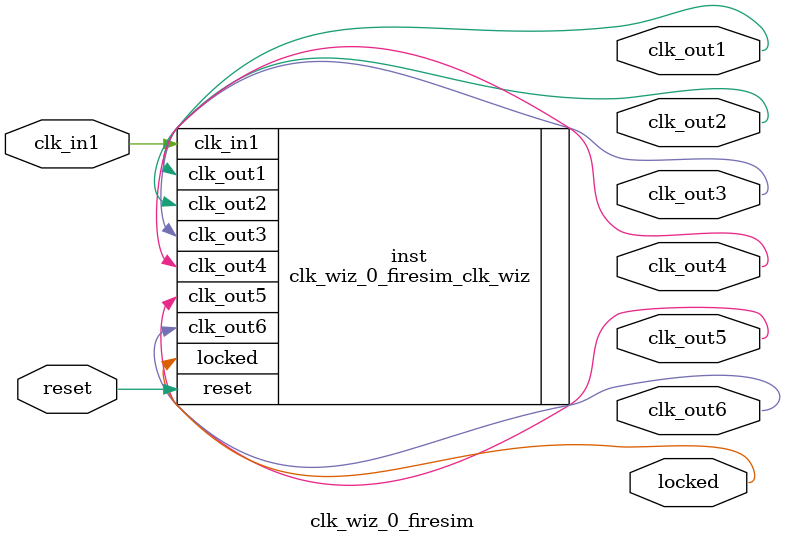
<source format=v>


`timescale 1ps/1ps

(* CORE_GENERATION_INFO = "clk_wiz_0_firesim,clk_wiz_v6_0_12_0_0,{component_name=clk_wiz_0_firesim,use_phase_alignment=true,use_min_o_jitter=false,use_max_i_jitter=false,use_dyn_phase_shift=false,use_inclk_switchover=false,use_dyn_reconfig=false,enable_axi=0,feedback_source=FDBK_AUTO,PRIMITIVE=MMCM,num_out_clk=6,clkin1_period=4.000,clkin2_period=10.0,use_power_down=false,use_reset=true,use_locked=true,use_inclk_stopped=false,feedback_type=SINGLE,CLOCK_MGR_TYPE=NA,manual_override=false}" *)

module clk_wiz_0_firesim 
 (
  // Clock out ports
  output        clk_out1,
  output        clk_out2,
  output        clk_out3,
  output        clk_out4,
  output        clk_out5,
  output        clk_out6,
  // Status and control signals
  input         reset,
  output        locked,
 // Clock in ports
  input         clk_in1
 );

  clk_wiz_0_firesim_clk_wiz inst
  (
  // Clock out ports  
  .clk_out1(clk_out1),
  .clk_out2(clk_out2),
  .clk_out3(clk_out3),
  .clk_out4(clk_out4),
  .clk_out5(clk_out5),
  .clk_out6(clk_out6),
  // Status and control signals               
  .reset(reset), 
  .locked(locked),
 // Clock in ports
  .clk_in1(clk_in1)
  );

endmodule

</source>
